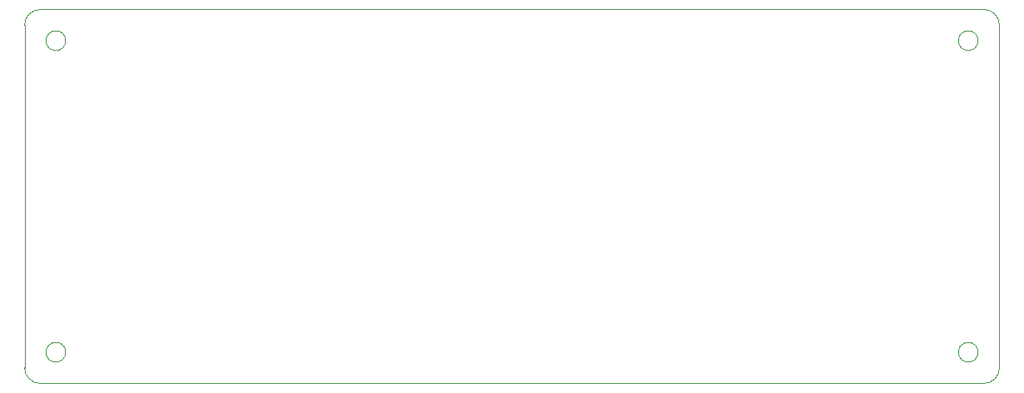
<source format=gm1>
G04 #@! TF.GenerationSoftware,KiCad,Pcbnew,(5.1.4)-1*
G04 #@! TF.CreationDate,2023-06-03T13:44:21-07:00*
G04 #@! TF.ProjectId,keypad,6b657970-6164-42e6-9b69-6361645f7063,rev?*
G04 #@! TF.SameCoordinates,Original*
G04 #@! TF.FileFunction,Profile,NP*
%FSLAX46Y46*%
G04 Gerber Fmt 4.6, Leading zero omitted, Abs format (unit mm)*
G04 Created by KiCad (PCBNEW (5.1.4)-1) date 2023-06-03 13:44:21*
%MOMM*%
%LPD*%
G04 APERTURE LIST*
%ADD10C,0.050000*%
G04 APERTURE END LIST*
D10*
X258968931Y-137318750D02*
G75*
G03X258968931Y-137318750I-1000181J0D01*
G01*
X258968931Y-105568750D02*
G75*
G03X258968931Y-105568750I-1000181J0D01*
G01*
X166100000Y-137318750D02*
G75*
G03X166100000Y-137318750I-1000000J0D01*
G01*
X166100181Y-105568750D02*
G75*
G03X166100181Y-105568750I-1000181J0D01*
G01*
X161925000Y-138906250D02*
X161925000Y-103981250D01*
X259556250Y-140493750D02*
X163512500Y-140493750D01*
X261143750Y-103981250D02*
X261143750Y-138906250D01*
X163512500Y-102393750D02*
X259556250Y-102393750D01*
X161925000Y-103981250D02*
G75*
G02X163512500Y-102393750I1587500J0D01*
G01*
X163512500Y-140493750D02*
G75*
G02X161925000Y-138906250I0J1587500D01*
G01*
X261143750Y-138906250D02*
G75*
G02X259556250Y-140493750I-1587500J0D01*
G01*
X259556250Y-102393750D02*
G75*
G02X261143750Y-103981250I0J-1587500D01*
G01*
M02*

</source>
